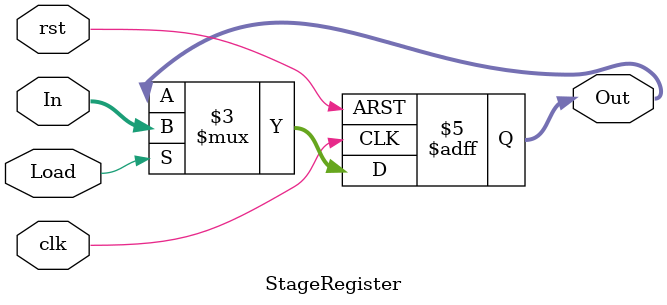
<source format=v>
`timescale 1ns / 1ps

// (input clk, input rst, input D, output reg Q);
module StageRegister#(parameter n=8)(
    input clk, 
    input rst,
    input Load, 
    input[n-1:0] In, 
    output reg[n-1:0] Out

    );

    always@ (posedge clk, posedge rst)
        begin
            if(rst)
                Out = 0;
            else
                if(Load)
                    Out = In;
                else
                    Out = Out;
        end
    
endmodule

</source>
